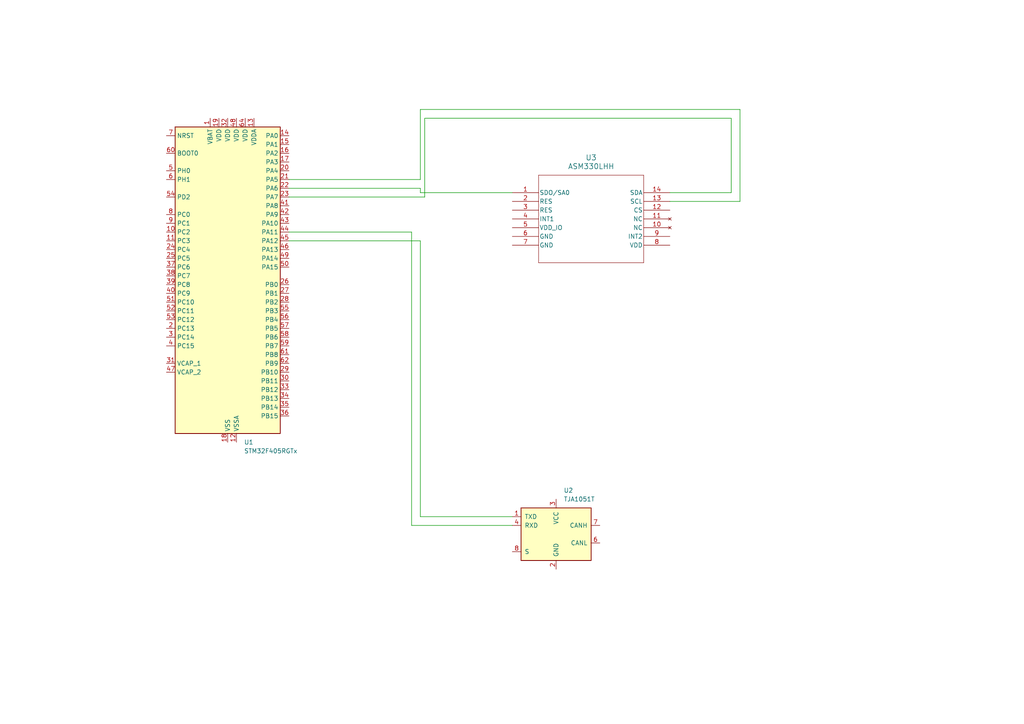
<source format=kicad_sch>
(kicad_sch (version 20230121) (generator eeschema)
  (paper "A4")
  (lib_symbols
    (symbol "ASM330:ASM330LHH" (pin_names (offset 0.254))
      (property "Reference" "U" (at 22.86 10.16 0))
      (property "Value" "ASM330LHH" (at 22.86 7.62 0))
      (symbol "ASM330LHH_0_1"
        (polyline (pts (xy 7.62 -20.32) (xy 38.1 -20.32)) (stroke (width 0.127)))
        (polyline (pts (xy 7.62 5.08) (xy 7.62 -20.32)) (stroke (width 0.127)))
        (polyline (pts (xy 38.1 -20.32) (xy 38.1 5.08)) (stroke (width 0.127)))
        (polyline (pts (xy 38.1 5.08) (xy 7.62 5.08)) (stroke (width 0.127)))
        (pin bidirectional line (at 0 0 0) (length 7.62) (name "SDO/SA0") (number "1"))
        (pin no_connect line (at 45.72 -10.16 180) (length 7.62) (name "NC") (number "10"))
        (pin no_connect line (at 45.72 -7.62 180) (length 7.62) (name "NC") (number "11"))
        (pin input line (at 45.72 -5.08 180) (length 7.62) (name "CS") (number "12"))
        (pin bidirectional line (at 45.72 -2.54 180) (length 7.62) (name "SCL") (number "13"))
        (pin input line (at 45.72 0 180) (length 7.62) (name "SDA") (number "14"))
        (pin unspecified line (at 0 -2.54 0) (length 7.62) (name "RES") (number "2"))
        (pin unspecified line (at 0 -5.08 0) (length 7.62) (name "RES") (number "3"))
        (pin input line (at 0 -7.62 0) (length 7.62) (name "INT1") (number "4"))
        (pin power_in line (at 0 -10.16 0) (length 7.62) (name "VDD_IO") (number "5"))
        (pin power_out line (at 0 -12.7 0) (length 7.62) (name "GND") (number "6"))
        (pin power_out line (at 0 -15.24 0) (length 7.62) (name "GND") (number "7"))
        (pin power_in line (at 45.72 -15.24 180) (length 7.62) (name "VDD") (number "8"))
        (pin input line (at 45.72 -12.7 180) (length 7.62) (name "INT2") (number "9"))
      )
    )
    (symbol "Interface_CAN_LIN:TJA1051T" (pin_names (offset 1.016))
      (property "Reference" "U" (at -10.16 8.89 0))
      (property "Value" "TJA1051T" (at 1.27 8.89 0))
      (symbol "TJA1051T_0_1"
        (rectangle (start -10.16 7.62) (end 10.16 -7.62) (stroke (width 0.254)) (fill (type background)))
      )
      (symbol "TJA1051T_1_1"
        (pin input line (at -12.7 5.08 0) (length 2.54) (name "TXD") (number "1"))
        (pin power_in line (at 0 -10.16 90) (length 2.54) (name "GND") (number "2"))
        (pin power_in line (at 0 10.16 270) (length 2.54) (name "VCC") (number "3"))
        (pin output line (at -12.7 2.54 0) (length 2.54) (name "RXD") (number "4"))
        (pin no_connect line (at -10.16 -2.54 0) (length 2.54) hide (name "NC") (number "5"))
        (pin bidirectional line (at 12.7 -2.54 180) (length 2.54) (name "CANL") (number "6"))
        (pin bidirectional line (at 12.7 2.54 180) (length 2.54) (name "CANH") (number "7"))
        (pin input line (at -12.7 -5.08 0) (length 2.54) (name "S") (number "8"))
      )
    )
    (symbol "MCU_ST_STM32F4:STM32F405RGTx"
      (property "Reference" "U" (at -15.24 46.99 0))
      (property "Value" "STM32F405RGTx" (at 10.16 46.99 0))
      (symbol "STM32F405RGTx_0_1"
        (rectangle (start -15.24 -43.18) (end 15.24 45.72) (stroke (width 0.254)) (fill (type background)))
      )
      (symbol "STM32F405RGTx_1_1"
        (pin power_in line (at -5.08 48.26 270) (length 2.54) (name "VBAT") (number "1"))
        (pin bidirectional line (at -17.78 15.24 0) (length 2.54) (name "PC2") (number "10"))
        (pin bidirectional line (at -17.78 12.7 0) (length 2.54) (name "PC3") (number "11"))
        (pin power_in line (at 2.54 -45.72 90) (length 2.54) (name "VSSA") (number "12"))
        (pin power_in line (at 7.62 48.26 270) (length 2.54) (name "VDDA") (number "13"))
        (pin bidirectional line (at 17.78 43.18 180) (length 2.54) (name "PA0") (number "14"))
        (pin bidirectional line (at 17.78 40.64 180) (length 2.54) (name "PA1") (number "15"))
        (pin bidirectional line (at 17.78 38.1 180) (length 2.54) (name "PA2") (number "16"))
        (pin bidirectional line (at 17.78 35.56 180) (length 2.54) (name "PA3") (number "17"))
        (pin power_in line (at 0 -45.72 90) (length 2.54) (name "VSS") (number "18"))
        (pin power_in line (at -2.54 48.26 270) (length 2.54) (name "VDD") (number "19"))
        (pin bidirectional line (at -17.78 -12.7 0) (length 2.54) (name "PC13") (number "2"))
        (pin bidirectional line (at 17.78 33.02 180) (length 2.54) (name "PA4") (number "20"))
        (pin bidirectional line (at 17.78 30.48 180) (length 2.54) (name "PA5") (number "21"))
        (pin bidirectional line (at 17.78 27.94 180) (length 2.54) (name "PA6") (number "22"))
        (pin bidirectional line (at 17.78 25.4 180) (length 2.54) (name "PA7") (number "23"))
        (pin bidirectional line (at -17.78 10.16 0) (length 2.54) (name "PC4") (number "24"))
        (pin bidirectional line (at -17.78 7.62 0) (length 2.54) (name "PC5") (number "25"))
        (pin bidirectional line (at 17.78 0 180) (length 2.54) (name "PB0") (number "26"))
        (pin bidirectional line (at 17.78 -2.54 180) (length 2.54) (name "PB1") (number "27"))
        (pin bidirectional line (at 17.78 -5.08 180) (length 2.54) (name "PB2") (number "28"))
        (pin bidirectional line (at 17.78 -25.4 180) (length 2.54) (name "PB10") (number "29"))
        (pin bidirectional line (at -17.78 -15.24 0) (length 2.54) (name "PC14") (number "3"))
        (pin bidirectional line (at 17.78 -27.94 180) (length 2.54) (name "PB11") (number "30"))
        (pin power_out line (at -17.78 -22.86 0) (length 2.54) (name "VCAP_1") (number "31"))
        (pin power_in line (at 0 48.26 270) (length 2.54) (name "VDD") (number "32"))
        (pin bidirectional line (at 17.78 -30.48 180) (length 2.54) (name "PB12") (number "33"))
        (pin bidirectional line (at 17.78 -33.02 180) (length 2.54) (name "PB13") (number "34"))
        (pin bidirectional line (at 17.78 -35.56 180) (length 2.54) (name "PB14") (number "35"))
        (pin bidirectional line (at 17.78 -38.1 180) (length 2.54) (name "PB15") (number "36"))
        (pin bidirectional line (at -17.78 5.08 0) (length 2.54) (name "PC6") (number "37"))
        (pin bidirectional line (at -17.78 2.54 0) (length 2.54) (name "PC7") (number "38"))
        (pin bidirectional line (at -17.78 0 0) (length 2.54) (name "PC8") (number "39"))
        (pin bidirectional line (at -17.78 -17.78 0) (length 2.54) (name "PC15") (number "4"))
        (pin bidirectional line (at -17.78 -2.54 0) (length 2.54) (name "PC9") (number "40"))
        (pin bidirectional line (at 17.78 22.86 180) (length 2.54) (name "PA8") (number "41"))
        (pin bidirectional line (at 17.78 20.32 180) (length 2.54) (name "PA9") (number "42"))
        (pin bidirectional line (at 17.78 17.78 180) (length 2.54) (name "PA10") (number "43"))
        (pin bidirectional line (at 17.78 15.24 180) (length 2.54) (name "PA11") (number "44"))
        (pin bidirectional line (at 17.78 12.7 180) (length 2.54) (name "PA12") (number "45"))
        (pin bidirectional line (at 17.78 10.16 180) (length 2.54) (name "PA13") (number "46"))
        (pin power_out line (at -17.78 -25.4 0) (length 2.54) (name "VCAP_2") (number "47"))
        (pin power_in line (at 2.54 48.26 270) (length 2.54) (name "VDD") (number "48"))
        (pin bidirectional line (at 17.78 7.62 180) (length 2.54) (name "PA14") (number "49"))
        (pin bidirectional line (at -17.78 33.02 0) (length 2.54) (name "PH0") (number "5"))
        (pin bidirectional line (at 17.78 5.08 180) (length 2.54) (name "PA15") (number "50"))
        (pin bidirectional line (at -17.78 -5.08 0) (length 2.54) (name "PC10") (number "51"))
        (pin bidirectional line (at -17.78 -7.62 0) (length 2.54) (name "PC11") (number "52"))
        (pin bidirectional line (at -17.78 -10.16 0) (length 2.54) (name "PC12") (number "53"))
        (pin bidirectional line (at -17.78 25.4 0) (length 2.54) (name "PD2") (number "54"))
        (pin bidirectional line (at 17.78 -7.62 180) (length 2.54) (name "PB3") (number "55"))
        (pin bidirectional line (at 17.78 -10.16 180) (length 2.54) (name "PB4") (number "56"))
        (pin bidirectional line (at 17.78 -12.7 180) (length 2.54) (name "PB5") (number "57"))
        (pin bidirectional line (at 17.78 -15.24 180) (length 2.54) (name "PB6") (number "58"))
        (pin bidirectional line (at 17.78 -17.78 180) (length 2.54) (name "PB7") (number "59"))
        (pin bidirectional line (at -17.78 30.48 0) (length 2.54) (name "PH1") (number "6"))
        (pin input line (at -17.78 38.1 0) (length 2.54) (name "BOOT0") (number "60"))
        (pin bidirectional line (at 17.78 -20.32 180) (length 2.54) (name "PB8") (number "61"))
        (pin bidirectional line (at 17.78 -22.86 180) (length 2.54) (name "PB9") (number "62"))
        (pin passive line (at 0 -45.72 90) (length 2.54) hide (name "VSS") (number "63"))
        (pin power_in line (at 5.08 48.26 270) (length 2.54) (name "VDD") (number "64"))
        (pin input line (at -17.78 43.18 0) (length 2.54) (name "NRST") (number "7"))
        (pin bidirectional line (at -17.78 20.32 0) (length 2.54) (name "PC0") (number "8"))
        (pin bidirectional line (at -17.78 17.78 0) (length 2.54) (name "PC1") (number "9"))
      )
    )
  )
  (wire (pts (xy 121.92 54.61) (xy 121.92 55.88)))
  (wire (pts (xy 83.82 54.61) (xy 121.92 54.61)))
  (wire (pts (xy 121.92 69.85) (xy 121.92 149.86)))
  (wire (pts (xy 212.09 55.88) (xy 194.31 55.88)))
  (wire (pts (xy 123.19 34.29) (xy 212.09 34.29)))
  (wire (pts (xy 123.19 57.15) (xy 123.19 34.29)))
  (wire (pts (xy 212.09 34.29) (xy 212.09 55.88)))
  (wire (pts (xy 121.92 52.07) (xy 121.92 31.75)))
  (wire (pts (xy 83.82 69.85) (xy 121.92 69.85)))
  (wire (pts (xy 83.82 57.15) (xy 123.19 57.15)))
  (wire (pts (xy 121.92 149.86) (xy 148.59 149.86)))
  (wire (pts (xy 121.92 55.88) (xy 148.59 55.88)))
  (wire (pts (xy 214.63 58.42) (xy 194.31 58.42)))
  (wire (pts (xy 83.82 52.07) (xy 121.92 52.07)))
  (wire (pts (xy 148.59 152.4) (xy 119.38 152.4)))
  (wire (pts (xy 214.63 31.75) (xy 214.63 58.42)))
  (wire (pts (xy 119.38 152.4) (xy 119.38 67.31)))
  (wire (pts (xy 119.38 67.31) (xy 83.82 67.31)))
  (wire (pts (xy 121.92 31.75) (xy 214.63 31.75)))
  (symbol (lib_id "Interface_CAN_LIN:TJA1051T") (at 161.29 154.94 0) (unit 1)
    (property "Reference" "U2" (at 163.4841 142.24 0) (effects (justify left)))
    (property "Value" "TJA1051T" (at 163.4841 144.78 0) (effects (justify left)))
    (property "Footprint" "Package_SO:SOIC-8_3.9x4.9mm_P1.27mm" (effects hide))
    (property "Datasheet" "http://www.nxp.com/docs/en/data-sheet/TJA1051.pdf" (effects hide))
  )
  (symbol (lib_id "MCU_ST_STM32F4:STM32F405RGTx") (at 66.04 82.55 0) (unit 1)
    (property "Reference" "U1" (at 70.7741 128.27 0) (effects (justify left)))
    (property "Value" "STM32F405RGTx" (at 70.7741 130.81 0) (effects (justify left)))
    (property "Footprint" "Package_QFP:LQFP-64_10x10mm_P0.5mm" (effects hide))
    (property "Datasheet" "https://www.st.com/resource/en/datasheet/stm32f405rg.pdf" (effects hide))
  )
  (symbol (lib_id "ASM330:ASM330LHH") (at 148.59 55.88 0) (unit 1)
    (property "Reference" "U3" (at 171.45 45.72 0) (effects (font (size 1.524 1.524))))
    (property "Value" "ASM330LHH" (at 171.45 48.26 0) (effects (font (size 1.524 1.524))))
    (property "Footprint" "LGA-14L_2P5X3X0P83_STM" (effects hide))
    (property "Datasheet" "ASM330LHH" (effects hide))
  )
)
</source>
